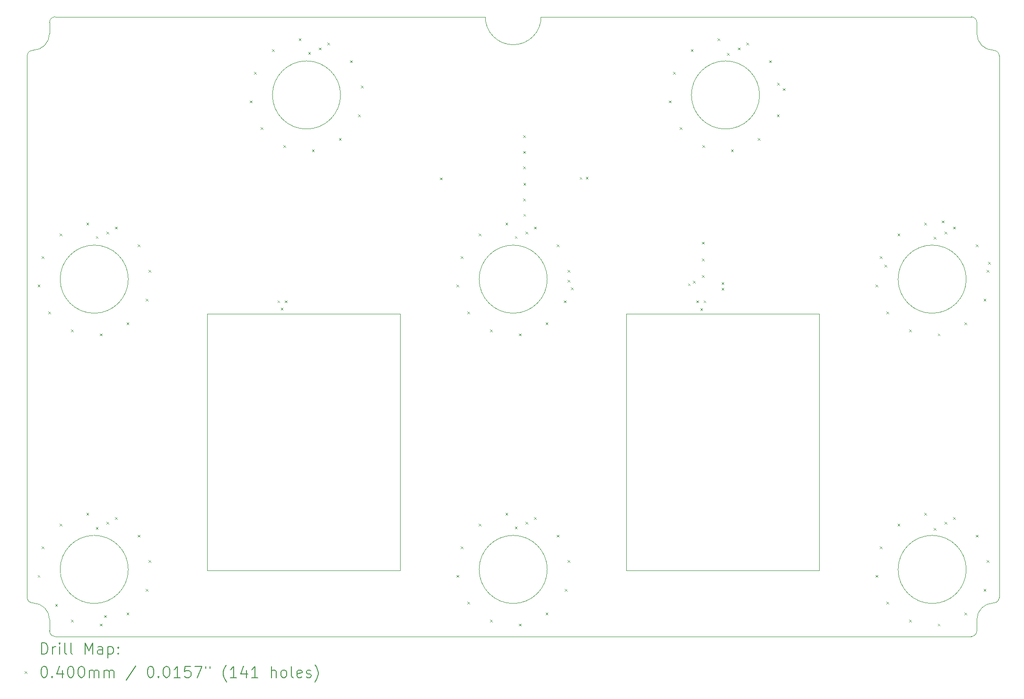
<source format=gbr>
%TF.GenerationSoftware,KiCad,Pcbnew,8.0.4+1*%
%TF.CreationDate,2024-10-16T16:58:30+00:00*%
%TF.ProjectId,pedalboard-display,70656461-6c62-46f6-9172-642d64697370,1.0.0*%
%TF.SameCoordinates,Original*%
%TF.FileFunction,Drillmap*%
%TF.FilePolarity,Positive*%
%FSLAX45Y45*%
G04 Gerber Fmt 4.5, Leading zero omitted, Abs format (unit mm)*
G04 Created by KiCad (PCBNEW 8.0.4+1) date 2024-10-16 16:58:30*
%MOMM*%
%LPD*%
G01*
G04 APERTURE LIST*
%ADD10C,0.100000*%
%ADD11C,0.050000*%
%ADD12C,0.200000*%
G04 APERTURE END LIST*
D10*
X2500000Y-13600000D02*
X11200000Y-13600000D01*
X18810000Y-12400000D02*
G75*
G02*
X17590000Y-12400000I-610000J0D01*
G01*
X17590000Y-12400000D02*
G75*
G02*
X18810000Y-12400000I610000J0D01*
G01*
X2400000Y-2600000D02*
G75*
G02*
X2500000Y-2500000I100000J0D01*
G01*
X2000000Y-3200000D02*
G75*
G02*
X2100000Y-3100000I100000J0D01*
G01*
X12420000Y-2500000D02*
X18900000Y-2500000D01*
X2400000Y-13300000D02*
X2400000Y-13500000D01*
X19000000Y-2600000D02*
X19000000Y-2800000D01*
X19300000Y-3100000D02*
G75*
G02*
X19400000Y-3200000I0J-100000D01*
G01*
X2100000Y-13000000D02*
G75*
G02*
X2000000Y-12900000I0J100000D01*
G01*
X11200000Y-2500000D02*
G75*
G02*
X10200000Y-2500000I-500000J0D01*
G01*
X11200000Y-13600000D02*
X18900000Y-13600000D01*
X15110000Y-3900000D02*
G75*
G02*
X13890000Y-3900000I-610000J0D01*
G01*
X13890000Y-3900000D02*
G75*
G02*
X15110000Y-3900000I610000J0D01*
G01*
X2400000Y-2800000D02*
G75*
G02*
X2100000Y-3100000I-300000J0D01*
G01*
X9420000Y-2500000D02*
X10200000Y-2500000D01*
X7610000Y-3900000D02*
G75*
G02*
X6390000Y-3900000I-610000J0D01*
G01*
X6390000Y-3900000D02*
G75*
G02*
X7610000Y-3900000I610000J0D01*
G01*
X18810000Y-7200000D02*
G75*
G02*
X17590000Y-7200000I-610000J0D01*
G01*
X17590000Y-7200000D02*
G75*
G02*
X18810000Y-7200000I610000J0D01*
G01*
X3810000Y-12400000D02*
G75*
G02*
X2590000Y-12400000I-610000J0D01*
G01*
X2590000Y-12400000D02*
G75*
G02*
X3810000Y-12400000I610000J0D01*
G01*
X11310000Y-7200000D02*
G75*
G02*
X10090000Y-7200000I-610000J0D01*
G01*
X10090000Y-7200000D02*
G75*
G02*
X11310000Y-7200000I610000J0D01*
G01*
X19400000Y-3200000D02*
X19400000Y-12900000D01*
X19000000Y-13500000D02*
G75*
G02*
X18900000Y-13600000I-100000J0D01*
G01*
X3810000Y-7200000D02*
G75*
G02*
X2590000Y-7200000I-610000J0D01*
G01*
X2590000Y-7200000D02*
G75*
G02*
X3810000Y-7200000I610000J0D01*
G01*
X11200000Y-2500000D02*
X12420000Y-2500000D01*
X2500000Y-13600000D02*
G75*
G02*
X2400000Y-13500000I0J100000D01*
G01*
X19400000Y-12900000D02*
G75*
G02*
X19300000Y-13000000I-100000J0D01*
G01*
X18900000Y-2500000D02*
G75*
G02*
X19000000Y-2600000I0J-100000D01*
G01*
X19300000Y-3100000D02*
G75*
G02*
X19000000Y-2800000I0J300000D01*
G01*
X2000000Y-12900000D02*
X2000000Y-3200000D01*
X9420000Y-2500000D02*
X2500000Y-2500000D01*
X19000000Y-13300000D02*
X19000000Y-13500000D01*
X19000000Y-13300000D02*
G75*
G02*
X19300000Y-13000000I300000J0D01*
G01*
X2400000Y-2600000D02*
X2400000Y-2800000D01*
X11310000Y-12400000D02*
G75*
G02*
X10090000Y-12400000I-610000J0D01*
G01*
X10090000Y-12400000D02*
G75*
G02*
X11310000Y-12400000I610000J0D01*
G01*
X2100000Y-13000000D02*
G75*
G02*
X2400000Y-13300000I0J-300000D01*
G01*
D11*
X5220000Y-7820000D02*
X8680000Y-7820000D01*
X8680000Y-12420000D01*
X5220000Y-12420000D01*
X5220000Y-7820000D01*
X12720000Y-7820000D02*
X16180000Y-7820000D01*
X16180000Y-12420000D01*
X12720000Y-12420000D01*
X12720000Y-7820000D01*
D12*
D10*
X2187180Y-7299615D02*
X2227180Y-7339615D01*
X2227180Y-7299615D02*
X2187180Y-7339615D01*
X2187180Y-12499615D02*
X2227180Y-12539615D01*
X2227180Y-12499615D02*
X2187180Y-12539615D01*
X2260385Y-6787180D02*
X2300385Y-6827180D01*
X2300385Y-6787180D02*
X2260385Y-6827180D01*
X2260385Y-11987180D02*
X2300385Y-12027180D01*
X2300385Y-11987180D02*
X2260385Y-12027180D01*
X2380000Y-7780000D02*
X2420000Y-7820000D01*
X2420000Y-7780000D02*
X2380000Y-7820000D01*
X2500001Y-13022733D02*
X2540001Y-13062733D01*
X2540001Y-13022733D02*
X2500001Y-13062733D01*
X2580000Y-6380000D02*
X2620000Y-6420000D01*
X2620000Y-6380000D02*
X2580000Y-6420000D01*
X2580000Y-11580000D02*
X2620000Y-11620000D01*
X2620000Y-11580000D02*
X2580000Y-11620000D01*
X2787180Y-8099615D02*
X2827180Y-8139615D01*
X2827180Y-8099615D02*
X2787180Y-8139615D01*
X2787180Y-13299615D02*
X2827180Y-13339615D01*
X2827180Y-13299615D02*
X2787180Y-13339615D01*
X3060385Y-6187180D02*
X3100385Y-6227180D01*
X3100385Y-6187180D02*
X3060385Y-6227180D01*
X3060385Y-11387180D02*
X3100385Y-11427180D01*
X3100385Y-11387180D02*
X3060385Y-11427180D01*
X3230000Y-6430000D02*
X3270000Y-6470000D01*
X3270000Y-6430000D02*
X3230000Y-6470000D01*
X3230000Y-11640000D02*
X3270000Y-11680000D01*
X3270000Y-11640000D02*
X3230000Y-11680000D01*
X3299615Y-8172820D02*
X3339615Y-8212820D01*
X3339615Y-8172820D02*
X3299615Y-8212820D01*
X3299615Y-13372820D02*
X3339615Y-13412820D01*
X3339615Y-13372820D02*
X3299615Y-13412820D01*
X3380000Y-13220000D02*
X3420000Y-13260000D01*
X3420000Y-13220000D02*
X3380000Y-13260000D01*
X3420000Y-6350000D02*
X3460000Y-6390000D01*
X3460000Y-6350000D02*
X3420000Y-6390000D01*
X3420000Y-11550000D02*
X3460000Y-11590000D01*
X3460000Y-11550000D02*
X3420000Y-11590000D01*
X3572820Y-6260385D02*
X3612820Y-6300385D01*
X3612820Y-6260385D02*
X3572820Y-6300385D01*
X3572820Y-11460385D02*
X3612820Y-11500385D01*
X3612820Y-11460385D02*
X3572820Y-11500385D01*
X3780000Y-7974000D02*
X3820000Y-8014000D01*
X3820000Y-7974000D02*
X3780000Y-8014000D01*
X3780000Y-13174000D02*
X3820000Y-13214000D01*
X3820000Y-13174000D02*
X3780000Y-13214000D01*
X3980000Y-6580000D02*
X4020000Y-6620000D01*
X4020000Y-6580000D02*
X3980000Y-6620000D01*
X3980000Y-11780000D02*
X4020000Y-11820000D01*
X4020000Y-11780000D02*
X3980000Y-11820000D01*
X4122000Y-7549000D02*
X4162000Y-7589000D01*
X4162000Y-7549000D02*
X4122000Y-7589000D01*
X4122000Y-12749000D02*
X4162000Y-12789000D01*
X4162000Y-12749000D02*
X4122000Y-12789000D01*
X4175000Y-7034000D02*
X4215000Y-7074000D01*
X4215000Y-7034000D02*
X4175000Y-7074000D01*
X4175000Y-12234000D02*
X4215000Y-12274000D01*
X4215000Y-12234000D02*
X4175000Y-12274000D01*
X5987180Y-3999615D02*
X6027180Y-4039615D01*
X6027180Y-3999615D02*
X5987180Y-4039615D01*
X6060385Y-3487180D02*
X6100385Y-3527180D01*
X6100385Y-3487180D02*
X6060385Y-3527180D01*
X6180000Y-4480000D02*
X6220000Y-4520000D01*
X6220000Y-4480000D02*
X6180000Y-4520000D01*
X6380000Y-3080000D02*
X6420000Y-3120000D01*
X6420000Y-3080000D02*
X6380000Y-3120000D01*
X6480000Y-7580000D02*
X6520000Y-7620000D01*
X6520000Y-7580000D02*
X6480000Y-7620000D01*
X6540000Y-7710000D02*
X6580000Y-7750000D01*
X6580000Y-7710000D02*
X6540000Y-7750000D01*
X6587180Y-4799615D02*
X6627180Y-4839615D01*
X6627180Y-4799615D02*
X6587180Y-4839615D01*
X6610000Y-7580000D02*
X6650000Y-7620000D01*
X6650000Y-7580000D02*
X6610000Y-7620000D01*
X6860385Y-2887180D02*
X6900385Y-2927180D01*
X6900385Y-2887180D02*
X6860385Y-2927180D01*
X7030000Y-3130000D02*
X7070000Y-3170000D01*
X7070000Y-3130000D02*
X7030000Y-3170000D01*
X7099615Y-4872820D02*
X7139615Y-4912820D01*
X7139615Y-4872820D02*
X7099615Y-4912820D01*
X7220000Y-3050000D02*
X7260000Y-3090000D01*
X7260000Y-3050000D02*
X7220000Y-3090000D01*
X7372820Y-2960385D02*
X7412820Y-3000385D01*
X7412820Y-2960385D02*
X7372820Y-3000385D01*
X7580000Y-4674000D02*
X7620000Y-4714000D01*
X7620000Y-4674000D02*
X7580000Y-4714000D01*
X7780000Y-3280000D02*
X7820000Y-3320000D01*
X7820000Y-3280000D02*
X7780000Y-3320000D01*
X7922000Y-4249000D02*
X7962000Y-4289000D01*
X7962000Y-4249000D02*
X7922000Y-4289000D01*
X7975000Y-3734000D02*
X8015000Y-3774000D01*
X8015000Y-3734000D02*
X7975000Y-3774000D01*
X9390000Y-5380000D02*
X9430000Y-5420000D01*
X9430000Y-5380000D02*
X9390000Y-5420000D01*
X9687180Y-7299615D02*
X9727180Y-7339615D01*
X9727180Y-7299615D02*
X9687180Y-7339615D01*
X9687180Y-12499615D02*
X9727180Y-12539615D01*
X9727180Y-12499615D02*
X9687180Y-12539615D01*
X9760385Y-6787180D02*
X9800385Y-6827180D01*
X9800385Y-6787180D02*
X9760385Y-6827180D01*
X9760385Y-11987180D02*
X9800385Y-12027180D01*
X9800385Y-11987180D02*
X9760385Y-12027180D01*
X9880000Y-7780000D02*
X9920000Y-7820000D01*
X9920000Y-7780000D02*
X9880000Y-7820000D01*
X9880000Y-12980000D02*
X9920000Y-13020000D01*
X9920000Y-12980000D02*
X9880000Y-13020000D01*
X10080000Y-6380000D02*
X10120000Y-6420000D01*
X10120000Y-6380000D02*
X10080000Y-6420000D01*
X10080000Y-11580000D02*
X10120000Y-11620000D01*
X10120000Y-11580000D02*
X10080000Y-11620000D01*
X10287180Y-8099615D02*
X10327180Y-8139615D01*
X10327180Y-8099615D02*
X10287180Y-8139615D01*
X10287180Y-13299615D02*
X10327180Y-13339615D01*
X10327180Y-13299615D02*
X10287180Y-13339615D01*
X10560385Y-6187180D02*
X10600385Y-6227180D01*
X10600385Y-6187180D02*
X10560385Y-6227180D01*
X10560385Y-11387180D02*
X10600385Y-11427180D01*
X10600385Y-11387180D02*
X10560385Y-11427180D01*
X10730000Y-6430000D02*
X10770000Y-6470000D01*
X10770000Y-6430000D02*
X10730000Y-6470000D01*
X10730000Y-11630000D02*
X10770000Y-11670000D01*
X10770000Y-11630000D02*
X10730000Y-11670000D01*
X10799615Y-8172820D02*
X10839615Y-8212820D01*
X10839615Y-8172820D02*
X10799615Y-8212820D01*
X10799615Y-13372820D02*
X10839615Y-13412820D01*
X10839615Y-13372820D02*
X10799615Y-13412820D01*
X10878000Y-4624000D02*
X10918000Y-4664000D01*
X10918000Y-4624000D02*
X10878000Y-4664000D01*
X10879000Y-5182000D02*
X10919000Y-5222000D01*
X10919000Y-5182000D02*
X10879000Y-5222000D01*
X10880000Y-4905000D02*
X10920000Y-4945000D01*
X10920000Y-4905000D02*
X10880000Y-4945000D01*
X10880000Y-5755000D02*
X10920000Y-5795000D01*
X10920000Y-5755000D02*
X10880000Y-5795000D01*
X10882000Y-6032000D02*
X10922000Y-6072000D01*
X10922000Y-6032000D02*
X10882000Y-6072000D01*
X10883000Y-5476000D02*
X10923000Y-5516000D01*
X10923000Y-5476000D02*
X10883000Y-5516000D01*
X10920000Y-6350000D02*
X10960000Y-6390000D01*
X10960000Y-6350000D02*
X10920000Y-6390000D01*
X10920000Y-11550000D02*
X10960000Y-11590000D01*
X10960000Y-11550000D02*
X10920000Y-11590000D01*
X11072820Y-6260385D02*
X11112820Y-6300385D01*
X11112820Y-6260385D02*
X11072820Y-6300385D01*
X11072820Y-11460385D02*
X11112820Y-11500385D01*
X11112820Y-11460385D02*
X11072820Y-11500385D01*
X11280000Y-7974000D02*
X11320000Y-8014000D01*
X11320000Y-7974000D02*
X11280000Y-8014000D01*
X11280000Y-13174000D02*
X11320000Y-13214000D01*
X11320000Y-13174000D02*
X11280000Y-13214000D01*
X11480000Y-6580000D02*
X11520000Y-6620000D01*
X11520000Y-6580000D02*
X11480000Y-6620000D01*
X11480000Y-11780000D02*
X11520000Y-11820000D01*
X11520000Y-11780000D02*
X11480000Y-11820000D01*
X11610000Y-7580000D02*
X11650000Y-7620000D01*
X11650000Y-7580000D02*
X11610000Y-7620000D01*
X11622000Y-12749000D02*
X11662000Y-12789000D01*
X11662000Y-12749000D02*
X11622000Y-12789000D01*
X11675000Y-7034000D02*
X11715000Y-7074000D01*
X11715000Y-7034000D02*
X11675000Y-7074000D01*
X11675000Y-12234000D02*
X11715000Y-12274000D01*
X11715000Y-12234000D02*
X11675000Y-12274000D01*
X11675000Y-7212336D02*
X11715000Y-7252336D01*
X11715000Y-7212336D02*
X11675000Y-7252336D01*
X11736180Y-7345666D02*
X11776180Y-7385666D01*
X11776180Y-7345666D02*
X11736180Y-7385666D01*
X11890000Y-5370000D02*
X11930000Y-5410000D01*
X11930000Y-5370000D02*
X11890000Y-5410000D01*
X12000000Y-5367845D02*
X12040000Y-5407845D01*
X12040000Y-5367845D02*
X12000000Y-5407845D01*
X13487180Y-3999615D02*
X13527180Y-4039615D01*
X13527180Y-3999615D02*
X13487180Y-4039615D01*
X13560385Y-3487180D02*
X13600385Y-3527180D01*
X13600385Y-3487180D02*
X13560385Y-3527180D01*
X13680000Y-4480000D02*
X13720000Y-4520000D01*
X13720000Y-4480000D02*
X13680000Y-4520000D01*
X13830000Y-7276464D02*
X13870000Y-7316464D01*
X13870000Y-7276464D02*
X13830000Y-7316464D01*
X13880000Y-3080000D02*
X13920000Y-3120000D01*
X13920000Y-3080000D02*
X13880000Y-3120000D01*
X13917341Y-7232016D02*
X13957341Y-7272016D01*
X13957341Y-7232016D02*
X13917341Y-7272016D01*
X13980000Y-7580000D02*
X14020000Y-7620000D01*
X14020000Y-7580000D02*
X13980000Y-7620000D01*
X14050000Y-7720000D02*
X14090000Y-7760000D01*
X14090000Y-7720000D02*
X14050000Y-7760000D01*
X14080000Y-6530000D02*
X14120000Y-6570000D01*
X14120000Y-6530000D02*
X14080000Y-6570000D01*
X14080000Y-6830000D02*
X14120000Y-6870000D01*
X14120000Y-6830000D02*
X14080000Y-6870000D01*
X14080000Y-7130000D02*
X14120000Y-7170000D01*
X14120000Y-7130000D02*
X14080000Y-7170000D01*
X14087180Y-4799615D02*
X14127180Y-4839615D01*
X14127180Y-4799615D02*
X14087180Y-4839615D01*
X14110000Y-7580000D02*
X14150000Y-7620000D01*
X14150000Y-7580000D02*
X14110000Y-7620000D01*
X14360385Y-2887180D02*
X14400385Y-2927180D01*
X14400385Y-2887180D02*
X14360385Y-2927180D01*
X14430000Y-7255000D02*
X14470000Y-7295000D01*
X14470000Y-7255000D02*
X14430000Y-7295000D01*
X14430356Y-7354347D02*
X14470356Y-7394347D01*
X14470356Y-7354347D02*
X14430356Y-7394347D01*
X14530000Y-3150000D02*
X14570000Y-3190000D01*
X14570000Y-3150000D02*
X14530000Y-3190000D01*
X14599615Y-4872820D02*
X14639615Y-4912820D01*
X14639615Y-4872820D02*
X14599615Y-4912820D01*
X14720000Y-3050000D02*
X14760000Y-3090000D01*
X14760000Y-3050000D02*
X14720000Y-3090000D01*
X14872820Y-2960385D02*
X14912820Y-3000385D01*
X14912820Y-2960385D02*
X14872820Y-3000385D01*
X15080000Y-4674000D02*
X15120000Y-4714000D01*
X15120000Y-4674000D02*
X15080000Y-4714000D01*
X15280000Y-3280000D02*
X15320000Y-3320000D01*
X15320000Y-3280000D02*
X15280000Y-3320000D01*
X15422000Y-4249000D02*
X15462000Y-4289000D01*
X15462000Y-4249000D02*
X15422000Y-4289000D01*
X15428000Y-3682000D02*
X15468000Y-3722000D01*
X15468000Y-3682000D02*
X15428000Y-3722000D01*
X15526000Y-3780000D02*
X15566000Y-3820000D01*
X15566000Y-3780000D02*
X15526000Y-3820000D01*
X17187180Y-7299615D02*
X17227180Y-7339615D01*
X17227180Y-7299615D02*
X17187180Y-7339615D01*
X17187180Y-12499615D02*
X17227180Y-12539615D01*
X17227180Y-12499615D02*
X17187180Y-12539615D01*
X17260385Y-6787180D02*
X17300385Y-6827180D01*
X17300385Y-6787180D02*
X17260385Y-6827180D01*
X17260385Y-11987180D02*
X17300385Y-12027180D01*
X17300385Y-11987180D02*
X17260385Y-12027180D01*
X17350000Y-6940000D02*
X17390000Y-6980000D01*
X17390000Y-6940000D02*
X17350000Y-6980000D01*
X17380000Y-7780000D02*
X17420000Y-7820000D01*
X17420000Y-7780000D02*
X17380000Y-7820000D01*
X17380000Y-12980000D02*
X17420000Y-13020000D01*
X17420000Y-12980000D02*
X17380000Y-13020000D01*
X17580000Y-6380000D02*
X17620000Y-6420000D01*
X17620000Y-6380000D02*
X17580000Y-6420000D01*
X17580000Y-11580000D02*
X17620000Y-11620000D01*
X17620000Y-11580000D02*
X17580000Y-11620000D01*
X17787180Y-8099615D02*
X17827180Y-8139615D01*
X17827180Y-8099615D02*
X17787180Y-8139615D01*
X17787180Y-13299615D02*
X17827180Y-13339615D01*
X17827180Y-13299615D02*
X17787180Y-13339615D01*
X18060385Y-6187180D02*
X18100385Y-6227180D01*
X18100385Y-6187180D02*
X18060385Y-6227180D01*
X18060385Y-11387180D02*
X18100385Y-11427180D01*
X18100385Y-11387180D02*
X18060385Y-11427180D01*
X18230000Y-6440000D02*
X18270000Y-6480000D01*
X18270000Y-6440000D02*
X18230000Y-6480000D01*
X18230000Y-11660000D02*
X18270000Y-11700000D01*
X18270000Y-11660000D02*
X18230000Y-11700000D01*
X18299615Y-8172820D02*
X18339615Y-8212820D01*
X18339615Y-8172820D02*
X18299615Y-8212820D01*
X18299615Y-13372820D02*
X18339615Y-13412820D01*
X18339615Y-13372820D02*
X18299615Y-13412820D01*
X18370000Y-6150000D02*
X18410000Y-6190000D01*
X18410000Y-6150000D02*
X18370000Y-6190000D01*
X18420000Y-6350000D02*
X18460000Y-6390000D01*
X18460000Y-6350000D02*
X18420000Y-6390000D01*
X18420000Y-11550000D02*
X18460000Y-11590000D01*
X18460000Y-11550000D02*
X18420000Y-11590000D01*
X18572820Y-6260385D02*
X18612820Y-6300385D01*
X18612820Y-6260385D02*
X18572820Y-6300385D01*
X18572820Y-11460385D02*
X18612820Y-11500385D01*
X18612820Y-11460385D02*
X18572820Y-11500385D01*
X18780000Y-7974000D02*
X18820000Y-8014000D01*
X18820000Y-7974000D02*
X18780000Y-8014000D01*
X18780000Y-13174000D02*
X18820000Y-13214000D01*
X18820000Y-13174000D02*
X18780000Y-13214000D01*
X18980000Y-6580000D02*
X19020000Y-6620000D01*
X19020000Y-6580000D02*
X18980000Y-6620000D01*
X18980000Y-11780000D02*
X19020000Y-11820000D01*
X19020000Y-11780000D02*
X18980000Y-11820000D01*
X19122000Y-7549000D02*
X19162000Y-7589000D01*
X19162000Y-7549000D02*
X19122000Y-7589000D01*
X19122000Y-12749000D02*
X19162000Y-12789000D01*
X19162000Y-12749000D02*
X19122000Y-12789000D01*
X19175000Y-7034000D02*
X19215000Y-7074000D01*
X19215000Y-7034000D02*
X19175000Y-7074000D01*
X19175000Y-12234000D02*
X19215000Y-12274000D01*
X19215000Y-12234000D02*
X19175000Y-12274000D01*
X19200042Y-6893000D02*
X19240042Y-6933000D01*
X19240042Y-6893000D02*
X19200042Y-6933000D01*
D12*
X2255777Y-13916484D02*
X2255777Y-13716484D01*
X2255777Y-13716484D02*
X2303396Y-13716484D01*
X2303396Y-13716484D02*
X2331967Y-13726008D01*
X2331967Y-13726008D02*
X2351015Y-13745055D01*
X2351015Y-13745055D02*
X2360539Y-13764103D01*
X2360539Y-13764103D02*
X2370063Y-13802198D01*
X2370063Y-13802198D02*
X2370063Y-13830769D01*
X2370063Y-13830769D02*
X2360539Y-13868865D01*
X2360539Y-13868865D02*
X2351015Y-13887912D01*
X2351015Y-13887912D02*
X2331967Y-13906960D01*
X2331967Y-13906960D02*
X2303396Y-13916484D01*
X2303396Y-13916484D02*
X2255777Y-13916484D01*
X2455777Y-13916484D02*
X2455777Y-13783150D01*
X2455777Y-13821246D02*
X2465301Y-13802198D01*
X2465301Y-13802198D02*
X2474824Y-13792674D01*
X2474824Y-13792674D02*
X2493872Y-13783150D01*
X2493872Y-13783150D02*
X2512920Y-13783150D01*
X2579586Y-13916484D02*
X2579586Y-13783150D01*
X2579586Y-13716484D02*
X2570063Y-13726008D01*
X2570063Y-13726008D02*
X2579586Y-13735531D01*
X2579586Y-13735531D02*
X2589110Y-13726008D01*
X2589110Y-13726008D02*
X2579586Y-13716484D01*
X2579586Y-13716484D02*
X2579586Y-13735531D01*
X2703396Y-13916484D02*
X2684348Y-13906960D01*
X2684348Y-13906960D02*
X2674824Y-13887912D01*
X2674824Y-13887912D02*
X2674824Y-13716484D01*
X2808158Y-13916484D02*
X2789110Y-13906960D01*
X2789110Y-13906960D02*
X2779586Y-13887912D01*
X2779586Y-13887912D02*
X2779586Y-13716484D01*
X3036729Y-13916484D02*
X3036729Y-13716484D01*
X3036729Y-13716484D02*
X3103396Y-13859341D01*
X3103396Y-13859341D02*
X3170062Y-13716484D01*
X3170062Y-13716484D02*
X3170062Y-13916484D01*
X3351015Y-13916484D02*
X3351015Y-13811722D01*
X3351015Y-13811722D02*
X3341491Y-13792674D01*
X3341491Y-13792674D02*
X3322443Y-13783150D01*
X3322443Y-13783150D02*
X3284348Y-13783150D01*
X3284348Y-13783150D02*
X3265301Y-13792674D01*
X3351015Y-13906960D02*
X3331967Y-13916484D01*
X3331967Y-13916484D02*
X3284348Y-13916484D01*
X3284348Y-13916484D02*
X3265301Y-13906960D01*
X3265301Y-13906960D02*
X3255777Y-13887912D01*
X3255777Y-13887912D02*
X3255777Y-13868865D01*
X3255777Y-13868865D02*
X3265301Y-13849817D01*
X3265301Y-13849817D02*
X3284348Y-13840293D01*
X3284348Y-13840293D02*
X3331967Y-13840293D01*
X3331967Y-13840293D02*
X3351015Y-13830769D01*
X3446253Y-13783150D02*
X3446253Y-13983150D01*
X3446253Y-13792674D02*
X3465301Y-13783150D01*
X3465301Y-13783150D02*
X3503396Y-13783150D01*
X3503396Y-13783150D02*
X3522443Y-13792674D01*
X3522443Y-13792674D02*
X3531967Y-13802198D01*
X3531967Y-13802198D02*
X3541491Y-13821246D01*
X3541491Y-13821246D02*
X3541491Y-13878388D01*
X3541491Y-13878388D02*
X3531967Y-13897436D01*
X3531967Y-13897436D02*
X3522443Y-13906960D01*
X3522443Y-13906960D02*
X3503396Y-13916484D01*
X3503396Y-13916484D02*
X3465301Y-13916484D01*
X3465301Y-13916484D02*
X3446253Y-13906960D01*
X3627205Y-13897436D02*
X3636729Y-13906960D01*
X3636729Y-13906960D02*
X3627205Y-13916484D01*
X3627205Y-13916484D02*
X3617682Y-13906960D01*
X3617682Y-13906960D02*
X3627205Y-13897436D01*
X3627205Y-13897436D02*
X3627205Y-13916484D01*
X3627205Y-13792674D02*
X3636729Y-13802198D01*
X3636729Y-13802198D02*
X3627205Y-13811722D01*
X3627205Y-13811722D02*
X3617682Y-13802198D01*
X3617682Y-13802198D02*
X3627205Y-13792674D01*
X3627205Y-13792674D02*
X3627205Y-13811722D01*
D10*
X1955000Y-14225000D02*
X1995000Y-14265000D01*
X1995000Y-14225000D02*
X1955000Y-14265000D01*
D12*
X2293872Y-14136484D02*
X2312920Y-14136484D01*
X2312920Y-14136484D02*
X2331967Y-14146008D01*
X2331967Y-14146008D02*
X2341491Y-14155531D01*
X2341491Y-14155531D02*
X2351015Y-14174579D01*
X2351015Y-14174579D02*
X2360539Y-14212674D01*
X2360539Y-14212674D02*
X2360539Y-14260293D01*
X2360539Y-14260293D02*
X2351015Y-14298388D01*
X2351015Y-14298388D02*
X2341491Y-14317436D01*
X2341491Y-14317436D02*
X2331967Y-14326960D01*
X2331967Y-14326960D02*
X2312920Y-14336484D01*
X2312920Y-14336484D02*
X2293872Y-14336484D01*
X2293872Y-14336484D02*
X2274824Y-14326960D01*
X2274824Y-14326960D02*
X2265301Y-14317436D01*
X2265301Y-14317436D02*
X2255777Y-14298388D01*
X2255777Y-14298388D02*
X2246253Y-14260293D01*
X2246253Y-14260293D02*
X2246253Y-14212674D01*
X2246253Y-14212674D02*
X2255777Y-14174579D01*
X2255777Y-14174579D02*
X2265301Y-14155531D01*
X2265301Y-14155531D02*
X2274824Y-14146008D01*
X2274824Y-14146008D02*
X2293872Y-14136484D01*
X2446253Y-14317436D02*
X2455777Y-14326960D01*
X2455777Y-14326960D02*
X2446253Y-14336484D01*
X2446253Y-14336484D02*
X2436729Y-14326960D01*
X2436729Y-14326960D02*
X2446253Y-14317436D01*
X2446253Y-14317436D02*
X2446253Y-14336484D01*
X2627205Y-14203150D02*
X2627205Y-14336484D01*
X2579586Y-14126960D02*
X2531967Y-14269817D01*
X2531967Y-14269817D02*
X2655777Y-14269817D01*
X2770063Y-14136484D02*
X2789110Y-14136484D01*
X2789110Y-14136484D02*
X2808158Y-14146008D01*
X2808158Y-14146008D02*
X2817682Y-14155531D01*
X2817682Y-14155531D02*
X2827205Y-14174579D01*
X2827205Y-14174579D02*
X2836729Y-14212674D01*
X2836729Y-14212674D02*
X2836729Y-14260293D01*
X2836729Y-14260293D02*
X2827205Y-14298388D01*
X2827205Y-14298388D02*
X2817682Y-14317436D01*
X2817682Y-14317436D02*
X2808158Y-14326960D01*
X2808158Y-14326960D02*
X2789110Y-14336484D01*
X2789110Y-14336484D02*
X2770063Y-14336484D01*
X2770063Y-14336484D02*
X2751015Y-14326960D01*
X2751015Y-14326960D02*
X2741491Y-14317436D01*
X2741491Y-14317436D02*
X2731967Y-14298388D01*
X2731967Y-14298388D02*
X2722444Y-14260293D01*
X2722444Y-14260293D02*
X2722444Y-14212674D01*
X2722444Y-14212674D02*
X2731967Y-14174579D01*
X2731967Y-14174579D02*
X2741491Y-14155531D01*
X2741491Y-14155531D02*
X2751015Y-14146008D01*
X2751015Y-14146008D02*
X2770063Y-14136484D01*
X2960539Y-14136484D02*
X2979586Y-14136484D01*
X2979586Y-14136484D02*
X2998634Y-14146008D01*
X2998634Y-14146008D02*
X3008158Y-14155531D01*
X3008158Y-14155531D02*
X3017682Y-14174579D01*
X3017682Y-14174579D02*
X3027205Y-14212674D01*
X3027205Y-14212674D02*
X3027205Y-14260293D01*
X3027205Y-14260293D02*
X3017682Y-14298388D01*
X3017682Y-14298388D02*
X3008158Y-14317436D01*
X3008158Y-14317436D02*
X2998634Y-14326960D01*
X2998634Y-14326960D02*
X2979586Y-14336484D01*
X2979586Y-14336484D02*
X2960539Y-14336484D01*
X2960539Y-14336484D02*
X2941491Y-14326960D01*
X2941491Y-14326960D02*
X2931967Y-14317436D01*
X2931967Y-14317436D02*
X2922443Y-14298388D01*
X2922443Y-14298388D02*
X2912920Y-14260293D01*
X2912920Y-14260293D02*
X2912920Y-14212674D01*
X2912920Y-14212674D02*
X2922443Y-14174579D01*
X2922443Y-14174579D02*
X2931967Y-14155531D01*
X2931967Y-14155531D02*
X2941491Y-14146008D01*
X2941491Y-14146008D02*
X2960539Y-14136484D01*
X3112920Y-14336484D02*
X3112920Y-14203150D01*
X3112920Y-14222198D02*
X3122443Y-14212674D01*
X3122443Y-14212674D02*
X3141491Y-14203150D01*
X3141491Y-14203150D02*
X3170063Y-14203150D01*
X3170063Y-14203150D02*
X3189110Y-14212674D01*
X3189110Y-14212674D02*
X3198634Y-14231722D01*
X3198634Y-14231722D02*
X3198634Y-14336484D01*
X3198634Y-14231722D02*
X3208158Y-14212674D01*
X3208158Y-14212674D02*
X3227205Y-14203150D01*
X3227205Y-14203150D02*
X3255777Y-14203150D01*
X3255777Y-14203150D02*
X3274824Y-14212674D01*
X3274824Y-14212674D02*
X3284348Y-14231722D01*
X3284348Y-14231722D02*
X3284348Y-14336484D01*
X3379586Y-14336484D02*
X3379586Y-14203150D01*
X3379586Y-14222198D02*
X3389110Y-14212674D01*
X3389110Y-14212674D02*
X3408158Y-14203150D01*
X3408158Y-14203150D02*
X3436729Y-14203150D01*
X3436729Y-14203150D02*
X3455777Y-14212674D01*
X3455777Y-14212674D02*
X3465301Y-14231722D01*
X3465301Y-14231722D02*
X3465301Y-14336484D01*
X3465301Y-14231722D02*
X3474824Y-14212674D01*
X3474824Y-14212674D02*
X3493872Y-14203150D01*
X3493872Y-14203150D02*
X3522443Y-14203150D01*
X3522443Y-14203150D02*
X3541491Y-14212674D01*
X3541491Y-14212674D02*
X3551015Y-14231722D01*
X3551015Y-14231722D02*
X3551015Y-14336484D01*
X3941491Y-14126960D02*
X3770063Y-14384103D01*
X4198634Y-14136484D02*
X4217682Y-14136484D01*
X4217682Y-14136484D02*
X4236729Y-14146008D01*
X4236729Y-14146008D02*
X4246253Y-14155531D01*
X4246253Y-14155531D02*
X4255777Y-14174579D01*
X4255777Y-14174579D02*
X4265301Y-14212674D01*
X4265301Y-14212674D02*
X4265301Y-14260293D01*
X4265301Y-14260293D02*
X4255777Y-14298388D01*
X4255777Y-14298388D02*
X4246253Y-14317436D01*
X4246253Y-14317436D02*
X4236729Y-14326960D01*
X4236729Y-14326960D02*
X4217682Y-14336484D01*
X4217682Y-14336484D02*
X4198634Y-14336484D01*
X4198634Y-14336484D02*
X4179586Y-14326960D01*
X4179586Y-14326960D02*
X4170063Y-14317436D01*
X4170063Y-14317436D02*
X4160539Y-14298388D01*
X4160539Y-14298388D02*
X4151015Y-14260293D01*
X4151015Y-14260293D02*
X4151015Y-14212674D01*
X4151015Y-14212674D02*
X4160539Y-14174579D01*
X4160539Y-14174579D02*
X4170063Y-14155531D01*
X4170063Y-14155531D02*
X4179586Y-14146008D01*
X4179586Y-14146008D02*
X4198634Y-14136484D01*
X4351015Y-14317436D02*
X4360539Y-14326960D01*
X4360539Y-14326960D02*
X4351015Y-14336484D01*
X4351015Y-14336484D02*
X4341491Y-14326960D01*
X4341491Y-14326960D02*
X4351015Y-14317436D01*
X4351015Y-14317436D02*
X4351015Y-14336484D01*
X4484348Y-14136484D02*
X4503396Y-14136484D01*
X4503396Y-14136484D02*
X4522444Y-14146008D01*
X4522444Y-14146008D02*
X4531968Y-14155531D01*
X4531968Y-14155531D02*
X4541491Y-14174579D01*
X4541491Y-14174579D02*
X4551015Y-14212674D01*
X4551015Y-14212674D02*
X4551015Y-14260293D01*
X4551015Y-14260293D02*
X4541491Y-14298388D01*
X4541491Y-14298388D02*
X4531968Y-14317436D01*
X4531968Y-14317436D02*
X4522444Y-14326960D01*
X4522444Y-14326960D02*
X4503396Y-14336484D01*
X4503396Y-14336484D02*
X4484348Y-14336484D01*
X4484348Y-14336484D02*
X4465301Y-14326960D01*
X4465301Y-14326960D02*
X4455777Y-14317436D01*
X4455777Y-14317436D02*
X4446253Y-14298388D01*
X4446253Y-14298388D02*
X4436729Y-14260293D01*
X4436729Y-14260293D02*
X4436729Y-14212674D01*
X4436729Y-14212674D02*
X4446253Y-14174579D01*
X4446253Y-14174579D02*
X4455777Y-14155531D01*
X4455777Y-14155531D02*
X4465301Y-14146008D01*
X4465301Y-14146008D02*
X4484348Y-14136484D01*
X4741491Y-14336484D02*
X4627206Y-14336484D01*
X4684348Y-14336484D02*
X4684348Y-14136484D01*
X4684348Y-14136484D02*
X4665301Y-14165055D01*
X4665301Y-14165055D02*
X4646253Y-14184103D01*
X4646253Y-14184103D02*
X4627206Y-14193627D01*
X4922444Y-14136484D02*
X4827206Y-14136484D01*
X4827206Y-14136484D02*
X4817682Y-14231722D01*
X4817682Y-14231722D02*
X4827206Y-14222198D01*
X4827206Y-14222198D02*
X4846253Y-14212674D01*
X4846253Y-14212674D02*
X4893872Y-14212674D01*
X4893872Y-14212674D02*
X4912920Y-14222198D01*
X4912920Y-14222198D02*
X4922444Y-14231722D01*
X4922444Y-14231722D02*
X4931968Y-14250769D01*
X4931968Y-14250769D02*
X4931968Y-14298388D01*
X4931968Y-14298388D02*
X4922444Y-14317436D01*
X4922444Y-14317436D02*
X4912920Y-14326960D01*
X4912920Y-14326960D02*
X4893872Y-14336484D01*
X4893872Y-14336484D02*
X4846253Y-14336484D01*
X4846253Y-14336484D02*
X4827206Y-14326960D01*
X4827206Y-14326960D02*
X4817682Y-14317436D01*
X4998634Y-14136484D02*
X5131968Y-14136484D01*
X5131968Y-14136484D02*
X5046253Y-14336484D01*
X5198634Y-14136484D02*
X5198634Y-14174579D01*
X5274825Y-14136484D02*
X5274825Y-14174579D01*
X5570063Y-14412674D02*
X5560539Y-14403150D01*
X5560539Y-14403150D02*
X5541491Y-14374579D01*
X5541491Y-14374579D02*
X5531968Y-14355531D01*
X5531968Y-14355531D02*
X5522444Y-14326960D01*
X5522444Y-14326960D02*
X5512920Y-14279341D01*
X5512920Y-14279341D02*
X5512920Y-14241246D01*
X5512920Y-14241246D02*
X5522444Y-14193627D01*
X5522444Y-14193627D02*
X5531968Y-14165055D01*
X5531968Y-14165055D02*
X5541491Y-14146008D01*
X5541491Y-14146008D02*
X5560539Y-14117436D01*
X5560539Y-14117436D02*
X5570063Y-14107912D01*
X5751015Y-14336484D02*
X5636729Y-14336484D01*
X5693872Y-14336484D02*
X5693872Y-14136484D01*
X5693872Y-14136484D02*
X5674825Y-14165055D01*
X5674825Y-14165055D02*
X5655777Y-14184103D01*
X5655777Y-14184103D02*
X5636729Y-14193627D01*
X5922444Y-14203150D02*
X5922444Y-14336484D01*
X5874825Y-14126960D02*
X5827206Y-14269817D01*
X5827206Y-14269817D02*
X5951015Y-14269817D01*
X6131968Y-14336484D02*
X6017682Y-14336484D01*
X6074825Y-14336484D02*
X6074825Y-14136484D01*
X6074825Y-14136484D02*
X6055777Y-14165055D01*
X6055777Y-14165055D02*
X6036729Y-14184103D01*
X6036729Y-14184103D02*
X6017682Y-14193627D01*
X6370063Y-14336484D02*
X6370063Y-14136484D01*
X6455777Y-14336484D02*
X6455777Y-14231722D01*
X6455777Y-14231722D02*
X6446253Y-14212674D01*
X6446253Y-14212674D02*
X6427206Y-14203150D01*
X6427206Y-14203150D02*
X6398634Y-14203150D01*
X6398634Y-14203150D02*
X6379587Y-14212674D01*
X6379587Y-14212674D02*
X6370063Y-14222198D01*
X6579587Y-14336484D02*
X6560539Y-14326960D01*
X6560539Y-14326960D02*
X6551015Y-14317436D01*
X6551015Y-14317436D02*
X6541491Y-14298388D01*
X6541491Y-14298388D02*
X6541491Y-14241246D01*
X6541491Y-14241246D02*
X6551015Y-14222198D01*
X6551015Y-14222198D02*
X6560539Y-14212674D01*
X6560539Y-14212674D02*
X6579587Y-14203150D01*
X6579587Y-14203150D02*
X6608158Y-14203150D01*
X6608158Y-14203150D02*
X6627206Y-14212674D01*
X6627206Y-14212674D02*
X6636730Y-14222198D01*
X6636730Y-14222198D02*
X6646253Y-14241246D01*
X6646253Y-14241246D02*
X6646253Y-14298388D01*
X6646253Y-14298388D02*
X6636730Y-14317436D01*
X6636730Y-14317436D02*
X6627206Y-14326960D01*
X6627206Y-14326960D02*
X6608158Y-14336484D01*
X6608158Y-14336484D02*
X6579587Y-14336484D01*
X6760539Y-14336484D02*
X6741491Y-14326960D01*
X6741491Y-14326960D02*
X6731968Y-14307912D01*
X6731968Y-14307912D02*
X6731968Y-14136484D01*
X6912920Y-14326960D02*
X6893872Y-14336484D01*
X6893872Y-14336484D02*
X6855777Y-14336484D01*
X6855777Y-14336484D02*
X6836730Y-14326960D01*
X6836730Y-14326960D02*
X6827206Y-14307912D01*
X6827206Y-14307912D02*
X6827206Y-14231722D01*
X6827206Y-14231722D02*
X6836730Y-14212674D01*
X6836730Y-14212674D02*
X6855777Y-14203150D01*
X6855777Y-14203150D02*
X6893872Y-14203150D01*
X6893872Y-14203150D02*
X6912920Y-14212674D01*
X6912920Y-14212674D02*
X6922444Y-14231722D01*
X6922444Y-14231722D02*
X6922444Y-14250769D01*
X6922444Y-14250769D02*
X6827206Y-14269817D01*
X6998634Y-14326960D02*
X7017682Y-14336484D01*
X7017682Y-14336484D02*
X7055777Y-14336484D01*
X7055777Y-14336484D02*
X7074825Y-14326960D01*
X7074825Y-14326960D02*
X7084349Y-14307912D01*
X7084349Y-14307912D02*
X7084349Y-14298388D01*
X7084349Y-14298388D02*
X7074825Y-14279341D01*
X7074825Y-14279341D02*
X7055777Y-14269817D01*
X7055777Y-14269817D02*
X7027206Y-14269817D01*
X7027206Y-14269817D02*
X7008158Y-14260293D01*
X7008158Y-14260293D02*
X6998634Y-14241246D01*
X6998634Y-14241246D02*
X6998634Y-14231722D01*
X6998634Y-14231722D02*
X7008158Y-14212674D01*
X7008158Y-14212674D02*
X7027206Y-14203150D01*
X7027206Y-14203150D02*
X7055777Y-14203150D01*
X7055777Y-14203150D02*
X7074825Y-14212674D01*
X7151015Y-14412674D02*
X7160539Y-14403150D01*
X7160539Y-14403150D02*
X7179587Y-14374579D01*
X7179587Y-14374579D02*
X7189111Y-14355531D01*
X7189111Y-14355531D02*
X7198634Y-14326960D01*
X7198634Y-14326960D02*
X7208158Y-14279341D01*
X7208158Y-14279341D02*
X7208158Y-14241246D01*
X7208158Y-14241246D02*
X7198634Y-14193627D01*
X7198634Y-14193627D02*
X7189111Y-14165055D01*
X7189111Y-14165055D02*
X7179587Y-14146008D01*
X7179587Y-14146008D02*
X7160539Y-14117436D01*
X7160539Y-14117436D02*
X7151015Y-14107912D01*
M02*

</source>
